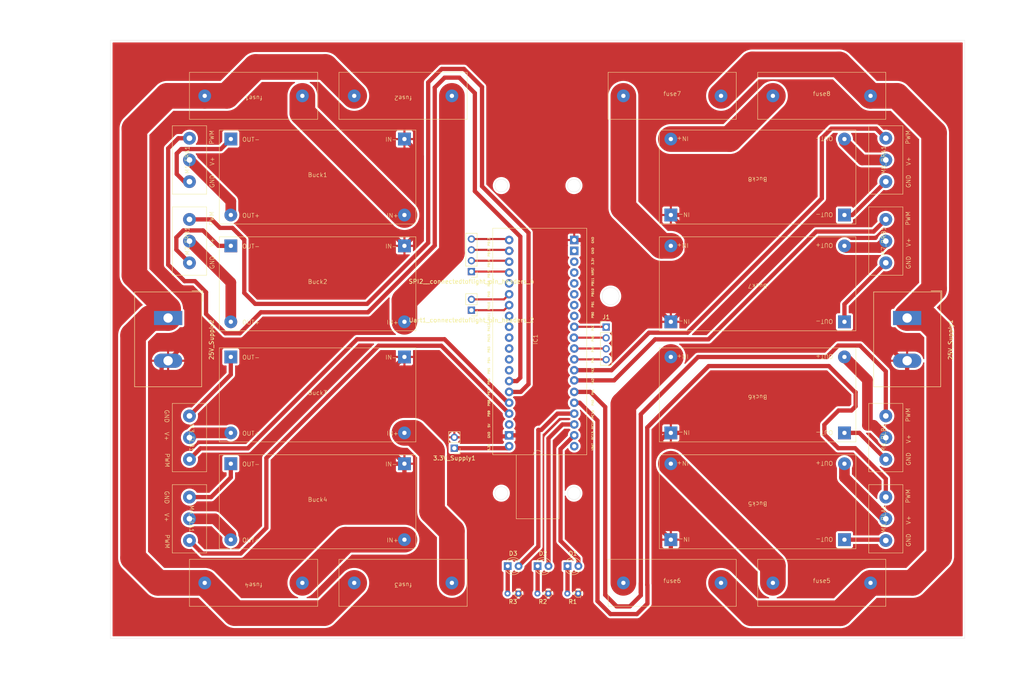
<source format=kicad_pcb>
(kicad_pcb (version 20240108) (generator "pcbnew") (generator_version "8.0")
  (layers (0 "F.Cu" signal) (31 "B.Cu" signal) (34 "B.Paste" user) (35 "F.Paste" user) (36 "B.SilkS" user "B.Silkscreen") (37 "F.SilkS" user "F.Silkscreen") (38 "B.Mask" user) (39 "F.Mask" user) (44 "Edge.Cuts" user))
  (net 0 "")
  (net 1 "GND")
  (net 2 "3.3V")
  (net 3 "Net-(Buck1-OUT+)")
  (net 4 "Net-(Buck1-OUT-)")
  (net 5 "Net-(Buck1-IN+)")
  (net 6 "Net-(Buck2-OUT+)")
  (net 7 "Net-(Buck2-IN+)")
  (net 8 "Net-(Buck2-OUT-)")
  (net 9 "Net-(Buck3-IN+)")
  (net 10 "Net-(Buck3-OUT-)")
  (net 11 "Net-(Buck3-OUT+)")
  (net 12 "Net-(Buck4-OUT-)")
  (net 13 "Net-(Buck4-OUT+)")
  (net 14 "Net-(Buck4-IN+)")
  (net 15 "Net-(Buck5-OUT+)")
  (net 16 "Net-(Buck5-IN+)")
  (net 17 "Net-(Buck5-OUT-)")
  (net 18 "Net-(Buck6-IN+)")
  (net 19 "Net-(Buck6-OUT-)")
  (net 20 "Net-(Buck6-OUT+)")
  (net 21 "Net-(Buck7-OUT+)")
  (net 22 "Net-(Buck7-IN+)")
  (net 23 "Net-(Buck7-OUT-)")
  (net 24 "Net-(Buck8-IN+)")
  (net 25 "Net-(Buck8-OUT+)")
  (net 26 "Net-(Buck8-OUT-)")
  (net 27 "Net-(D1-K)")
  (net 28 "LED1")
  (net 29 "Net-(D2-K)")
  (net 30 "LED2")
  (net 31 "LED3")
  (net 32 "Net-(D3-K)")
  (net 36 "BLA")
  (net 38 "/Tx")
  (net 39 "/Rx")
  (net 40 "BRB")
  (net 41 "/SPI2_NSS")
  (net 42 "/SPI2_SCK")
  (net 44 "FLA")
  (net 45 "FRA")
  (net 46 "/SPI2_MISO")
  (net 48 "BRA")
  (net 51 "FLB")
  (net 54 "/SPI1_SCK")
  (net 55 "FRB")
  (net 61 "BLB")
  (net 62 "/SPI1_MOSI")
  (net 63 "/SPI1_MISO")
  (net 64 "/SPI1_NSS")
  (net 65 "/SPI2_MOSI")
  (net 67 "25V1")
  (net 68 "25V2")
  (footprint "M4_PCB:Servo" (layer "F.Cu") (at 67 63 90)
    (property "Reference" "M1_FRA1")
    (property "Value" "Motor_Servo")
  )
  (footprint "M4_PCB:Fuse_Holder" (layer "F.Cu") (at 117 162 180)
    (property "Reference" "fuse3")
    (property "Value" "~")
  )
  (footprint "M4_PCB:LM2596HVS" (layer "F.Cu") (at 200 92 180)
    (property "Reference" "Buck7")
    (property "Value" "~")
  )
  (footprint "M4_PCB:LM2596HVS" (layer "F.Cu") (at 200 118 180)
    (property "Reference" "Buck6")
    (property "Value" "~")
  )
  (footprint "M4_PCB:LM2596HVS" (layer "F.Cu") (at 97 92)
    (property "Reference" "Buck2")
    (property "Value" "~")
  )
  (footprint "Resistor_THT:R_Axial_DIN0204_L3.6mm_D1.6mm_P2.54mm_Vertical" (layer "F.Cu") (at 157.995 164.49 180)
    (property "Reference" "R1")
    (property "Value" "R")
  )
  (footprint "M4_PCB:Servo" (layer "F.Cu") (at 67 82 90)
    (property "Reference" "M2_FRB1")
    (property "Value" "Motor_Servo")
  )
  (footprint "Resistor_THT:R_Axial_DIN0204_L3.6mm_D1.6mm_P2.54mm_Vertical" (layer "F.Cu") (at 143.995 164.49 180)
    (property "Reference" "R3")
    (property "Value" "R")
  )
  (footprint "Resistor_THT:R_Axial_DIN0204_L3.6mm_D1.6mm_P2.54mm_Vertical" (layer "F.Cu") (at 150.995 164.49 180)
    (property "Reference" "R2")
    (property "Value" "R")
  )
  (footprint "Connector_PinHeader_2.54mm:PinHeader_1x02_P2.54mm_Vertical" (layer "F.Cu") (at 129 130.475 180)
    (property "Reference" "3.3V_Supply1")
    (property "Value" "Screw_Terminal_01x02")
  )
  (footprint "LED_THT:LED_D3.0mm" (layer "F.Cu") (at 148.5 158.08)
    (property "Reference" "D2")
    (property "Value" "LED")
  )
  (footprint "LED_THT:LED_D3.0mm" (layer "F.Cu") (at 141.5 158.08)
    (property "Reference" "D3")
    (property "Value" "LED")
  )
  (footprint "M4_PCB:Servo" (layer "F.Cu") (at 230 63 90)
    (property "Reference" "M8_BRA1")
    (property "Value" "Motor_Servo")
  )
  (footprint "M4_PCB:Servo" (layer "F.Cu") (at 230 147 90)
    (property "Reference" "M5_BLA1")
    (property "Value" "Motor_Servo")
  )
  (footprint "TerminalBlock_Dinkle:TerminalBlock_Dinkle_DT-55-B01X-02_P10.00mm" (layer "F.Cu") (at 62 100 -90)
    (property "Reference" "25V_Supply2")
    (property "Value" "Screw_Terminal_01x02")
  )
  (footprint "M4_PCB:LM2596HVS" (layer "F.Cu") (at 97 118)
    (property "Reference" "Buck3")
    (property "Value" "~")
  )
  (footprint "M4_PCB:Fuse_Holder" (layer "F.Cu") (at 82 48 180)
    (property "Reference" "fuse1")
    (property "Value" "~")
  )
  (footprint "M4_PCB:Fuse_Holder" (layer "F.Cu") (at 215 162)
    (property "Reference" "fuse5")
    (property "Value" "~")
  )
  (footprint "M4_PCB:Fuse_Holder" (layer "F.Cu") (at 180 162)
    (property "Reference" "fuse6")
    (property "Value" "~")
  )
  (footprint "M4_PCB:Fuse_Holder" (layer "F.Cu") (at 180 48)
    (property "Reference" "fuse7")
    (property "Value" "~")
  )
  (footprint "M4_PCB:LM2596HVS" (layer "F.Cu") (at 97 67)
    (property "Reference" "Buck1")
    (property "Value" "~")
  )
  (footprint "LED_THT:LED_D3.0mm" (layer "F.Cu") (at 155.5 158.08)
    (property "Reference" "D1")
    (property "Value" "LED")
  )
  (footprint "TerminalBlock_Dinkle:TerminalBlock_Dinkle_DT-55-B01X-02_P10.00mm" (layer "F.Cu") (at 235 100 -90)
    (property "Reference" "25V_Supply1")
    (property "Value" "Screw_Terminal_01x02")
  )
  (footprint "Connector_PinHeader_2.54mm:PinHeader_1x04_P2.54mm_Vertical" (layer "F.Cu") (at 133 89.13 180)
    (property "Reference" "SPI2__connectedtoflight_pin_headers_4")
    (property "Value" "Screw_Terminal_01x04")
  )
  (footprint "M4_PCB:Servo" (layer "F.Cu") (at 230 128 90)
    (property "Reference" "M6_BLB1")
    (property "Value" "Motor_Servo")
  )
  (footprint "M4_PCB:LM2596HVS" (layer "F.Cu") (at 200 67 180)
    (property "Reference" "Buck8")
    (property "Value" "~")
  )
  (footprint "Connector_PinHeader_2.54mm:PinHeader_1x04_P2.54mm_Vertical" (layer "F.Cu") (at 164.53 102.12)
    (property "Reference" "J1")
    (property "Value" "Screw_Terminal_01x04")
  )
  (footprint "M4_PCB:Servo" (layer "F.Cu") (at 67 128 -90)
    (property "Reference" "M3_FLB1")
    (property "Value" "Motor_Servo")
  )
  (footprint "M4_PCB:Servo" (layer "F.Cu") (at 230 82 90)
    (property "Reference" "M7_BRB1")
    (property "Value" "Motor_Servo")
  )
  (footprint "Connector_PinHeader_2.54mm:PinHeader_1x02_P2.54mm_Vertical" (layer "F.Cu") (at 133 98.175 180)
    (property "Reference" "Uart1_connectedtoflight_pin_headers_2")
    (property "Value" "Screw_Terminal_01x02")
  )
  (footprint "M4_PCB:Fuse_Holder" (layer "F.Cu") (at 82 162 180)
    (property "Reference" "fuse4")
    (property "Value" "~")
  )
  (footprint "M4_PCB:Fuse_Holder" (layer "F.Cu") (at 117 48 180)
    (property "Reference" "fuse2")
    (property "Value" "~")
  )
  (footprint "M4_PCB:LM2596HVS" (layer "F.Cu") (at 97 143)
    (property "Reference" "Buck4")
    (property "Value" "~")
  )
  (footprint "M4_PCB:LM2596HVS" (layer "F.Cu") (at 200 143 180)
    (property "Reference" "Buck5")
    (property "Value" "~")
  )
  (footprint "M4_PCB:blue_pill" (layer "F.Cu") (at 148.5 105 90)
    (property "Reference" "IC1")
    (property "Value" "~")
  )
  (footprint "M4_PCB:Fuse_Holder" (layer "F.Cu") (at 215 48)
    (property "Reference" "fuse8")
    (property "Value" "~")
  )
  (footprint "M4_PCB:Servo" (layer "F.Cu") (at 67 147 -90)
    (property "Reference" "M4_FLA1")
    (property "Value" "Motor_Servo")
  )
  (gr_circle (center 157 69) (end 158.5 69) (stroke (width 0.05)) (fill none) (layer "Edge.Cuts"))
  (gr_circle (center 157 141) (end 158.5 141) (stroke (width 0.05)) (fill none) (layer "Edge.Cuts"))
  (gr_circle (center 165.572843 94.89) (end 167.572843 94.89) (stroke (width 0.05)) (fill none) (layer "Edge.Cuts"))
  (gr_circle (center 140 69) (end 141.5 69) (stroke (width 0.05)) (fill none) (layer "Edge.Cuts"))
  (gr_circle (center 140 141) (end 141.5 141) (stroke (width 0.05)) (fill none) (layer "Edge.Cuts"))
  (gr_rect (start 48.5 35) (end 248.5 175) (stroke (width 0.05)) (fill none) (layer "Edge.Cuts"))
  (segment (start 179.68 100.89) (end 160.53 81.74) (width 1) (layer "F.Cu") (net 1))
  (segment (start 210.5 52) (end 222.5 52) (width 1) (layer "F.Cu") (net 1))
  (segment (start 59.63 58.46) (end 65.87 52.22) (width 1) (layer "F.Cu") (net 1))
  (segment (start 235 110.98) (end 235 150.94) (width 1) (layer "F.Cu") (net 1))
  (segment (start 186.61 75.89) (end 210.5 52) (width 1) (layer "F.Cu") (net 1))
  (segment (start 236 59.13) (end 236 90.59) (width 1) (layer "F.Cu") (net 1))
  (segment (start 228 103.98) (end 235 110.98) (width 1) (layer "F.Cu") (net 1))
  (segment (start 125.4 166.82) (end 134.17 166.82) (width 1) (layer "F.Cu") (net 1))
  (segment (start 155.395 167.09) (end 157.995 164.49) (width 1) (layer "F.Cu") (net 1))
  (segment (start 160.64 171.41) (end 157.995 168.765) (width 1) (layer "F.Cu") (net 1))
  (segment (start 144.83 132.9) (end 144.83 128.56) (width 1) (layer "F.Cu") (net 1))
  (segment (start 121.38 79.05) (end 121.38 62.17) (width 1) (layer "F.Cu") (net 1))
  (segment (start 59.63 88.15) (end 59.63 58.46) (width 1) (layer "F.Cu") (net 1))
  (segment (start 62 110) (end 60.47 111.53) (width 1) (layer "F.Cu") (net 1))
  (segment (start 134.17 166.82) (end 135.73 165.26) (width 1) (layer "F.Cu") (net 1))
  (segment (start 117.32 83.11) (end 121.38 79.05) (width 1) (layer "F.Cu") (net 1))
  (segment (start 86.43 52.22) (end 117.32 83.11) (width 1) (layer "F.Cu") (net 1))
  (segment (start 143.995 164.49) (end 144 164.49) (width 1) (layer "F.Cu") (net 1))
  (segment (start 183.38 79.59) (end 183.38 97.19) (width 1) (layer "F.Cu") (net 1))
  (segment (start 137.44 167.09) (end 141.395 167.09) (width 1) (layer "F.Cu") (net 1))
  (segment (start 109.84 134.11) (end 117.32 134.11) (width 1) (layer "F.Cu") (net 1))
  (segment (start 229.51 156.43) (end 212.67 156.43) (width 1) (layer "F.Cu") (net 1))
  (segment (start 135.73 139.61) (end 140.5 134.84) (width 1) (layer "F.Cu") (net 1))
  (segment (start 222.5 52) (end 223 52.5) (width 1) (layer "F.Cu") (net 1))
  (segment (start 183.13 126.89) (end 179.68 126.89) (width 1) (layer "F.Cu") (net 1))
  (segment (start 117.32 134.11) (end 117.32 145.44) (width 1) (layer "F.Cu") (net 1))
  (segment (start 60.47 111.53) (end 60.47 150.67) (width 1) (layer "F.Cu") (net 1))
  (segment (start 122.43 163.85) (end 125.4 166.82) (width 1) (layer "F.Cu") (net 1))
  (segment (start 67.81 96.33) (end 59.63 88.15) (width 1) (layer "F.Cu") (net 1))
  (segment (start 235 150.94) (end 229.51 156.43) (width 1) (layer "F.Cu") (net 1))
  (segment (start 117.32 134.11) (end 110.62 127.41) (width 1) (layer "F.Cu") (net 1))
  (segment (start 173.15 171.41) (end 160.64 171.41) (width 1) (layer "F.Cu") (net 1))
  (segment (start 143.73 127.46) (end 141.83 127.46) (width 1) (layer "F.Cu") (net 1))
  (segment (start 135.73 165.38) (end 137.44 167.09) (width 1) (layer "F.Cu") (net 1))
  (segment (start 67.24 157.44) (end 86.51 157.44) (width 1) (layer "F.Cu") (net 1))
  (segment (start 141.395 167.09) (end 143.995 164.49) (width 1) (layer "F.Cu") (net 1))
  (segment (start 223 52.5) (end 229.37 52.5) (width 1) (layer "F.Cu") (net 1))
  (segment (start 160.53 81.74) (end 157.07 81.74) (width 1) (layer "F.Cu") (net 1))
  (segment (start 145.975 166.465) (end 149.02 166.465) (width 1) (layer "F.Cu") (net 1))
  (segment (start 212.67 156.43) (end 183.13 126.89) (width 1) (layer "F.Cu") (net 1))
  (segment (start 135.73 165.26) (end 135.73 139.61) (width 1) (layer "F.Cu") (net 1))
  (segment (start 144 164.49) (end 145.975 166.465) (width 1) (layer "F.Cu") (net 1))
  (segment (start 60.47 150.67) (end 67.24 157.44) (width 1) (layer "F.Cu") (net 1))
  (segment (start 236 90.59) (end 228 98.59) (width 1) (layer "F.Cu") (net 1))
  (segment (start 140.5 134.84) (end 142.89 134.84) (width 1) (layer "F.Cu") (net 1))
  (segment (start 86.51 157.44) (end 109.84 134.11) (width 1) (layer "F.Cu") (net 1))
  (segment (start 141.85 127.44) (end 141.83 127.46) (width 1) (layer "F.Cu") (net 1))
  (segment (start 142.89 134.84) (end 144.83 132.9) (width 1) (layer "F.Cu") (net 1))
  (segment (start 110.62 127.41) (end 110.62 115.81) (width 1) (layer "F.Cu") (net 1))
  (segment (start 110.62 115.81) (end 117.32 109.11) (width 1) (layer "F.Cu") (net 1))
  (segment (start 62 110) (end 67.81 104.19) (width 1) (layer "F.Cu") (net 1))
  (segment (start 67.81 104.19) (end 67.81 96.33) (width 1) (layer "F.Cu") (net 1))
  (segment (start 129 127.935) (end 141.355 127.935) (width 0.5) (layer "F.Cu") (net 1))
  (segment (start 179.68 75.89) (end 186.61 75.89) (width 1) (layer "F.Cu") (net 1))
  (segment (start 157.995 168.765) (end 157.995 164.49) (width 1) (layer "F.Cu") (net 1))
  (segment (start 141.355 127.935) (end 141.83 127.46) (width 0.5) (layer "F.Cu") (net 1))
  (segment (start 135.73 165.26) (end 135.73 165.38) (width 1) (layer "F.Cu") (net 1))
  (segment (start 179 126.89) (end 175.7 130.19) (width 1) (layer "F.Cu") (net 1))
  (segment (start 179.68 151.89) (end 179.68 164.88) (width 1) (layer "F.Cu") (net 1))
  (segment (start 179.68 75.89) (end 183.38 79.59) (width 1) (layer "F.Cu") (net 1))
  (segment (start 121.38 62.17) (end 117.32 58.11) (width 1) (layer "F.Cu") (net 1))
  (segment (start 229.37 52.5) (end 236 59.13) (width 1) (layer "F.Cu") (net 1))
  (segment (start 122.43 150.55) (end 122.43 163.85) (width 1) (layer "F.Cu") (net 1))
  (segment (start 150.995 164.49) (end 153.595 167.09) (width 1) (layer "F.Cu") (net 1))
  (segment (start 179.68 164.88) (end 173.15 171.41) (width 1) (layer "F.Cu") (net 1))
  (segment (start 183.38 97.19) (end 179.68 100.89) (width 1) (layer "F.Cu") (net 1))
  (segment (start 149.02 166.465) (end 150.995 164.49) (width 1) (layer "F.Cu") (net 1))
  (segment (start 179.68 126.89) (end 179 126.89) (width 1) (layer "F.Cu") (net 1))
  (segment (start 175.7 130.19) (end 175.7 147.91) (width 1) (layer "F.Cu") (net 1))
  (segment (start 144.83 128.56) (end 143.73 127.46) (width 1) (layer "F.Cu") (net 1))
  (segment (start 65.87 52.22) (end 86.43 52.22) (width 1) (layer "F.Cu") (net 1))
  (segment (start 228 98.59) (end 228 103.98) (width 1) (layer "F.Cu") (net 1))
  (segment (start 153.595 167.09) (end 155.395 167.09) (width 1) (layer "F.Cu") (net 1))
  (segment (start 175.7 147.91) (end 179.68 151.89) (width 1) (layer "F.Cu") (net 1))
  (segment (start 117.32 145.44) (end 122.43 150.55) (width 1) (layer "F.Cu") (net 1))
  (segment (start 141.355 130.475) (end 141.83 130) (width 1) (layer "F.Cu") (net 2))
  (segment (start 129 130.475) (end 141.355 130.475) (width 1) (layer "F.Cu") (net 2))
  (segment (start 76.68 75.89) (end 76.68 72.68) (width 2.5) (layer "F.Cu") (net 3))
  (segment (start 76.68 72.68) (end 67 63) (width 2.5) (layer "F.Cu") (net 3))
  (segment (start 65.08 60.45) (end 64.02 61.51) (width 1) (layer "F.Cu") (net 4))
  (segment (start 74.34 60.45) (end 65.08 60.45) (width 1) (layer "F.Cu") (net 4))
  (segment (start 64.02 61.51) (end 64.02 66.3) (width 1) (layer "F.Cu") (net 4))
  (segment (start 65.8 68.08) (end 67 68.08) (width 1) (layer "F.Cu") (net 4))
  (segment (start 76.68 58.11) (end 74.34 60.45) (width 1) (layer "F.Cu") (net 4))
  (segment (start 64.02 66.3) (end 65.8 68.08) (width 1) (layer "F.Cu") (net 4))
  (segment (start 93.43 48) (end 93.43 52) (width 6) (layer "F.Cu") (net 5))
  (segment (start 93.43 52) (end 117.32 75.89) (width 6) (layer "F.Cu") (net 5))
  (segment (start 76.68 91.68) (end 67 82) (width 2.5) (layer "F.Cu") (net 6))
  (segment (start 76.68 100.89) (end 76.68 91.68) (width 2.5) (layer "F.Cu") (net 6))
  (segment (start 128.43 84.78) (end 117.32 95.89) (width 6) (layer "F.Cu") (net 7))
  (segment (start 117.32 95.89) (end 117.32 100.89) (width 6) (layer "F.Cu") (net 7))
  (segment (start 128.43 48) (end 128.43 84.78) (width 6) (layer "F.Cu") (net 7))
  (segment (start 65.57 79.5) (end 63.93 81.14) (width 1) (layer "F.Cu") (net 8))
  (segment (start 63.93 84.01) (end 67 87.08) (width 1) (layer "F.Cu") (net 8))
  (segment (start 63.93 81.14) (end 63.93 84.01) (width 1) (layer "F.Cu") (net 8))
  (segment (start 70.17 79.5) (end 65.57 79.5) (width 1) (layer "F.Cu") (net 8))
  (segment (start 73.78 83.11) (end 70.17 79.5) (width 1) (layer "F.Cu") (net 8))
  (segment (start 76.68 83.11) (end 73.78 83.11) (width 1) (layer "F.Cu") (net 8))
  (segment (start 119.5 126.89) (end 117.32 126.89) (width 6) (layer "F.Cu") (net 9))
  (segment (start 128.43 162) (end 128.43 149.88) (width 6) (layer "F.Cu") (net 9))
  (segment (start 123.79 131.18) (end 119.5 126.89) (width 6) (layer "F.Cu") (net 9))
  (segment (start 128.43 149.88) (end 123.79 145.24) (width 6) (layer "F.Cu") (net 9))
  (segment (start 123.79 145.24) (end 123.79 131.18) (width 6) (layer "F.Cu") (net 9))
  (segment (start 76.68 109.11) (end 76.68 113.24) (width 1) (layer "F.Cu") (net 10))
  (segment (start 76.68 113.24) (end 67 122.92) (width 1) (layer "F.Cu") (net 10))
  (segment (start 76.68 126.89) (end 68.11 126.89) (width 2.5) (layer "F.Cu") (net 11))
  (segment (start 68.11 126.89) (end 67 128) (width 2.5) (layer "F.Cu") (net 11))
  (segment (start 76.68 134.11) (end 76.68 137.32) (width 1) (layer "F.Cu") (net 12))
  (segment (start 76.68 137.32) (end 72.08 141.92) (width 1) (layer "F.Cu") (net 12))
  (segment (start 72.08 141.92) (end 67 141.92) (width 1) (layer "F.Cu") (net 12))
  (segment (start 76.68 150.77) (end 72.91 147) (width 2.5) (layer "F.Cu") (net 13))
  (segment (start 76.68 151.89) (end 76.68 150.77) (width 2.5) (layer "F.Cu") (net 13))
  (segment (start 72.91 147) (end 67 147) (width 2.5) (layer "F.Cu") (net 13))
  (segment (start 103.54 151.89) (end 117.32 151.89) (width 6) (layer "F.Cu") (net 14))
  (segment (start 93.43 162) (end 103.54 151.89) (width 6) (layer "F.Cu") (net 14))
  (segment (start 220.32 137.32) (end 230 147) (width 2.5) (layer "F.Cu") (net 15))
  (segment (start 220.32 134.11) (end 220.32 137.32) (width 2.5) (layer "F.Cu") (net 15))
  (segment (start 203.57 158) (end 179.68 134.11) (width 6) (layer "F.Cu") (net 16))
  (segment (start 203.57 162) (end 203.57 158) (width 6) (layer "F.Cu") (net 16))
  (segment (start 229.81 151.89) (end 230 152.08) (width 1) (layer "F.Cu") (net 17))
  (segment (start 220.32 151.89) (end 229.81 151.89) (width 1) (layer "F.Cu") (net 17))
  (segment (start 168.57 120.22) (end 179.68 109.11) (width 6) (layer "F.Cu") (net 18))
  (segment (start 168.57 162) (end 168.57 120.22) (width 6) (layer "F.Cu") (net 18))
  (segment (start 220.32 126.89) (end 223.81 126.89) (width 1) (layer "F.Cu") (net 19))
  (segment (start 223.81 126.89) (end 230 133.08) (width 1) (layer "F.Cu") (net 19))
  (segment (start 225.7 125.11) (end 227.11 125.11) (width 2.5) (layer "F.Cu") (net 20))
  (segment (start 220.32 109.11) (end 225.7 114.49) (width 2.5) (layer "F.Cu") (net 20))
  (segment (start 225.7 114.49) (end 225.7 125.11) (width 2.5) (layer "F.Cu") (net 20))
  (segment (start 227.11 125.11) (end 230 128) (width 2.5) (layer "F.Cu") (net 20))
  (segment (start 220.71 83.5) (end 228.5 83.5) (width 2.5) (layer "F.Cu") (net 21))
  (segment (start 220.32 83.11) (end 220.71 83.5) (width 2.5) (layer "F.Cu") (net 21))
  (segment (start 228.5 83.5) (end 230 82) (width 2.5) (layer "F.Cu") (net 21))
  (segment (start 168.57 48) (end 168.57 74.18) (width 6) (layer "F.Cu") (net 22))
  (segment (start 177.5 83.11) (end 179.68 83.11) (width 6) (layer "F.Cu") (net 22))
  (segment (start 168.57 74.18) (end 177.5 83.11) (width 6) (layer "F.Cu") (net 22))
  (segment (start 220.32 100.89) (end 220.32 96.76) (width 1) (layer "F.Cu") (net 23))
  (segment (start 220.32 96.76) (end 230 87.08) (width 1) (layer "F.Cu") (net 23))
  (segment (start 203.57 48) (end 193.46 58.11) (width 6) (layer "F.Cu") (net 24))
  (segment (start 193.46 58.11) (end 179.68 58.11) (width 6) (layer "F.Cu") (net 24))
  (segment (start 220.32 58.11) (end 220.32 58.82) (width 2.5) (layer "F.Cu") (net 25))
  (segment (start 220.32 58.82) (end 224.5 63) (width 2.5) (layer "F.Cu") (net 25))
  (segment (start 224.5 63) (end 230 63) (width 2.5) (layer "F.Cu") (net 25))
  (segment (start 220.32 75.89) (end 222.19 75.89) (width 1) (layer "F.Cu") (net 26))
  (segment (start 222.19 75.89) (end 230 68.08) (width 1) (layer "F.Cu") (net 26))
  (segment (start 155.5 164.445) (end 155.455 164.49) (width 1) (layer "F.Cu") (net 27))
  (segment (start 155.5 158.08) (end 155.5 164.445) (width 1) (layer "F.Cu") (net 27))
  (segment (start 153.86 130.67) (end 157.07 127.46) (width 1) (layer "F.Cu") (net 28))
  (segment (start 158.04 156.35) (end 153.86 152.17) (width 1) (layer "F.Cu") (net 28))
  (segment (start 158.04 158.08) (end 158.04 156.35) (width 1) (layer "F.Cu") (net 28))
  (segment (start 153.86 152.17) (end 153.86 130.67) (width 1) (layer "F.Cu") (net 28))
  (segment (start 148.5 164.445) (end 148.455 164.49) (width 1) (layer "F.Cu") (net 29))
  (segment (start 148.5 158.08) (end 148.5 164.445) (width 1) (layer "F.Cu") (net 29))
  (segment (start 157.07 124.92) (end 154.3 124.92) (width 1) (layer "F.Cu") (net 30))
  (segment (start 154.3 124.92) (end 151.04 128.18) (width 1) (layer "F.Cu") (net 30))
  (segment (start 151.04 128.18) (end 151.04 158.08) (width 1) (layer "F.Cu") (net 30))
  (segment (start 148.67 126.2) (end 149.34 126.2) (width 1) (layer "F.Cu") (net 31))
  (segment (start 144.04 158.08) (end 148.67 153.45) (width 1) (layer "F.Cu") (net 31))
  (segment (start 148.67 153.45) (end 148.67 126.2) (width 1) (layer "F.Cu") (net 31))
  (segment (start 153.16 122.38) (end 157.07 122.38) (width 1) (layer "F.Cu") (net 31))
  (segment (start 149.34 126.2) (end 153.16 122.38) (width 1) (layer "F.Cu") (net 31))
  (segment (start 141.5 164.445) (end 141.455 164.49) (width 1) (layer "F.Cu") (net 32))
  (segment (start 141.5 158.08) (end 141.5 164.445) (width 1) (layer "F.Cu") (net 32))
  (segment (start 221.96 121.65) (end 218.94 121.65) (width 1) (layer "F.Cu") (net 36))
  (segment (start 171.74 169.3) (end 174.2 166.84) (width 1) (layer "F.Cu") (net 36))
  (segment (start 222.78 117.36) (end 222.93 117.36) (width 1) (layer "F.Cu") (net 36))
  (segment (start 218.94 121.65) (end 215.62 124.97) (width 1) (layer "F.Cu") (net 36))
  (segment (start 222.82 130.47) (end 230 137.65) (width 1) (layer "F.Cu") (net 36))
  (segment (start 222.93 117.36) (end 222.93 120.68) (width 1) (layer "F.Cu") (net 36))
  (segment (start 222.93 120.68) (end 221.96 121.65) (width 1) (layer "F.Cu") (net 36))
  (segment (start 174.2 162.512944) (end 174.16 162.472944) (width 1) (layer "F.Cu") (net 36))
  (segment (start 230 137.65) (end 230 141.92) (width 1) (layer "F.Cu") (net 36))
  (segment (start 188.54 111.25) (end 216.67 111.25) (width 1) (layer "F.Cu") (net 36))
  (segment (start 215.62 124.97) (end 215.62 127.21) (width 1) (layer "F.Cu") (net 36))
  (segment (start 216.67 111.25) (end 222.78 117.36) (width 1) (layer "F.Cu") (net 36))
  (segment (start 162.51 124.01) (end 162.51 166.26) (width 1) (layer "F.Cu") (net 36))
  (segment (start 215.62 127.21) (end 218.88 130.47) (width 1) (layer "F.Cu") (net 36))
  (segment (start 157.07 119.84) (end 158.34 119.84) (width 1) (layer "F.Cu") (net 36))
  (segment (start 158.34 119.84) (end 162.51 124.01) (width 1) (layer "F.Cu") (net 36))
  (segment (start 174.16 125.63) (end 188.54 111.25) (width 1) (layer "F.Cu") (net 36))
  (segment (start 174.16 162.472944) (end 174.16 125.63) (width 1) (layer "F.Cu") (net 36))
  (segment (start 162.51 166.26) (end 165.55 169.3) (width 1) (layer "F.Cu") (net 36))
  (segment (start 174.2 166.84) (end 174.2 162.512944) (width 1) (layer "F.Cu") (net 36))
  (segment (start 165.55 169.3) (end 171.74 169.3) (width 1) (layer "F.Cu") (net 36))
  (segment (start 218.88 130.47) (end 222.82 130.47) (width 1) (layer "F.Cu") (net 36))
  (segment (start 133 95.635) (end 140.635 95.635) (width 0.5) (layer "F.Cu") (net 38))
  (segment (start 140.635 95.635) (end 141.83 94.44) (width 0.5) (layer "F.Cu") (net 38))
  (segment (start 133 98.175) (end 140.635 98.175) (width 0.5) (layer "F.Cu") (net 39))
  (segment (start 140.635 98.175) (end 141.83 96.98) (width 0.5) (layer "F.Cu") (net 39))
  (segment (start 176 105) (end 188.482944 105) (width 1) (layer "F.Cu") (net 40))
  (segment (start 188.482944 105) (end 213.722944 79.76) (width 1) (layer "F.Cu") (net 40))
  (segment (start 227.16 79.76) (end 230 76.92) (width 1) (layer "F.Cu") (net 40))
  (segment (start 166.4 114.6) (end 176 105) (width 1) (layer "F.Cu") (net 40))
  (segment (start 213.722944 79.76) (end 227.16 79.76) (width 1) (layer "F.Cu") (net 40))
  (segment (start 157.07 114.6) (end 166.4 114.6) (width 1) (layer "F.Cu") (net 40))
  (segment (start 141.6 81.51) (end 141.83 81.74) (width 0.5) (layer "F.Cu") (net 41))
  (segment (start 133 81.51) (end 141.6 81.51) (width 0.5) (layer "F.Cu") (net 41))
  (segment (start 133 84.05) (end 142.42 84.05) (width 0.5) (layer "F.Cu") (net 42))
  (segment (start 142.42 84.05) (end 142.65 84.28) (width 0.5) (layer "F.Cu") (net 42))
  (segment (start 142.65 84.28) (end 141.83 84.28) (width 0.5) (layer "F.Cu") (net 42))
  (segment (start 85 132.78) (end 85 149.13) (width 1) (layer "F.Cu") (net 44))
  (segment (start 111.28 106.5) (end 85 132.78) (width 1) (layer "F.Cu") (net 44))
  (segment (start 125.95 106.5) (end 111.28 106.5) (width 1) (layer "F.Cu") (net 44))
  (segment (start 79 155.13) (end 70.05 155.13) (width 1) (layer "F.Cu") (net 44))
  (segment (start 141.83 122.38) (end 125.95 106.5) (width 1) (layer "F.Cu") (net 44))
  (segment (start 85 149.13) (end 79 155.13) (width 1) (layer "F.Cu") (net 44))
  (segment (start 70.05 155.13) (end 67 152.08) (width 1) (layer "F.Cu") (net 44))
  (segment (start 62.02 60.29) (end 62.02 87.53) (width 1) (layer "F.Cu") (net 45))
  (segment (start 108.79 98.66) (end 124.42 83.03) (width 1) (layer "F.Cu") (net 45))
  (segment (start 124.42 46.05) (end 126.74 43.73) (width 1) (layer "F.Cu") (net 45))
  (segment (start 83.72 98.66) (end 108.79 98.66) (width 1) (layer "F.Cu") (net 45))
  (segment (start 67 57.92) (end 64.39 57.92) (width 1) (layer "F.Cu") (net 45))
  (segment (start 130.17 43.73) (end 133.81 47.37) (width 1) (layer "F.Cu") (net 45))
  (segment (start 68.28 91.37) (end 70.88 93.97) (width 1) (layer "F.Cu") (net 45))
  (segment (start 75.41 103.58) (end 78.8 103.58) (width 1) (layer "F.Cu") (net 45))
  (segment (start 65.86 91.37) (end 68.28 91.37) (width 1) (layer "F.Cu") (net 45))
  (segment (start 124.42 83.03) (end 124.42 46.05) (width 1) (layer "F.Cu") (net 45))
  (segment (start 144.45 80.96) (end 144.45 113.95) (width 1) (layer "F.Cu") (net 45))
  (segment (start 126.74 43.73) (end 130.17 43.73) (width 1) (layer "F.Cu") (net 45))
  (segment (start 143.64 114.76) (end 141.83 114.76) (width 1) (layer "F.Cu") (net 45))
  (segment (start 144.45 113.95) (end 143.64 114.76) (width 1) (layer "F.Cu") (net 45))
  (segment (start 70.88 99.05) (end 75.41 103.58) (width 1) (layer "F.Cu") (net 45))
  (segment (start 133.81 47.37) (end 133.81 70.32) (width 1) (layer "F.Cu") (net 45))
  (segment (start 62.02 87.53) (end 65.86 91.37) (width 1) (layer "F.Cu") (net 45))
  (segment (start 64.39 57.92) (end 62.02 60.29) (width 1) (layer "F.Cu") (net 45))
  (segment (start 70.88 93.97) (end 70.88 99.05) (width 1) (layer "F.Cu") (net 45))
  (segment (start 78.8 103.58) (end 83.72 98.66) (width 1) (layer "F.Cu") (net 45))
  (segment (start 133.81 70.32) (end 144.45 80.96) (width 1) (layer "F.Cu") (net 45))
  (segment (start 133 86.59) (end 141.6 86.59) (width 0.5) (layer "F.Cu") (net 46))
  (segment (start 141.6 86.59) (end 141.83 86.82) (width 0.5) (layer "F.Cu") (net 46))
  (segment (start 215.03 57.85) (end 215.08 57.85) (width 1) (layer "F.Cu") (net 48))
  (segment (start 183.59 103.44) (end 215.03 72) (width 1) (layer "F.Cu") (net 48))
  (segment (start 157.07 112.22) (end 165.78 112.22) (width 1) (layer "F.Cu") (net 48))
  (segment (start 215.08 57.85) (end 217.26 55.67) (width 1) (layer "F.Cu") (net 48))
  (segment (start 217.26 55.67) (end 227.75 55.67) (width 1) (layer "F.Cu") (net 48))
  (segment (start 215.03 72) (end 215.03 57.85) (width 1) (layer "F.Cu") (net 48))
  (segment (start 174.56 103.44) (end 183.59 103.44) (width 1) (layer "F.Cu") (net 48))
  (segment (start 227.75 55.67) (end 230 57.92) (width 1) (layer "F.Cu") (net 48))
  (segment (start 165.78 112.22) (end 174.56 103.44) (width 1) (layer "F.Cu") (net 48))
  (segment (start 80.68 130.51) (end 69.57 130.51) (width 1) (layer "F.Cu") (net 51))
  (segment (start 141.83 119.84) (end 141.58 119.84) (width 1) (layer "F.Cu") (net 51))
  (segment (start 106.22 104.97) (end 80.68 130.51) (width 1) (layer "F.Cu") (net 51))
  (segment (start 69.57 130.51) (end 67 133.08) (width 1) (layer "F.Cu") (net 51))
  (segment (start 141.58 119.84) (end 126.71 104.97) (width 1) (layer "F.Cu") (net 51))
  (segment (start 126.71 104.97) (end 106.22 104.97) (width 1) (layer "F.Cu") (net 51))
  (segment (start 164.47 107.14) (end 164.53 107.2) (width 0.5) (layer "F.Cu") (net 54))
  (segment (start 157.07 107.14) (end 164.47 107.14) (width 0.5) (layer "F.Cu") (net 54))
  (segment (start 108.58 96.7) (end 82.4 96.7) (width 1) (layer "F.Cu") (net 55))
  (segment (start 77.06 78.91) (end 74.177056 78.91) (width 1) (layer "F.Cu") (net 55))
  (segment (start 131.27 41.7) (end 126.03 41.7) (width 1) (layer "F.Cu") (net 55))
  (segment (start 141.83 117.3) (end 144.54 117.3) (width 1) (layer "F.Cu") (net 55))
  (segment (start 135.48 45.91) (end 131.27 41.7) (width 1) (layer "F.Cu") (net 55))
  (segment (start 122.88 82.4) (end 108.58 96.7) (width 1) (layer "F.Cu") (net 55))
  (segment (start 146.37 80.05) (end 135.48 69.16) (width 1) (layer "F.Cu") (net 55))
  (segment (start 126.03 41.7) (end 122.88 44.85) (width 1) (layer "F.Cu") (net 55))
  (segment (start 72.187056 76.92) (end 67 76.92) (width 1) (layer "F.Cu") (net 55))
  (segment (start 79.83 94.13) (end 79.83 81.68) (width 1) (layer "F.Cu") (net 55))
  (segment (start 122.88 44.85) (end 122.88 82.4) (width 1) (layer "F.Cu") (net 55))
  (segment (start 144.54 117.3) (end 146.37 115.47) (width 1) (layer "F.Cu") (net 55))
  (segment (start 74.177056 78.91) (end 72.187056 76.92) (width 1) (layer "F.Cu") (net 55))
  (segment (start 82.4 96.7) (end 79.83 94.13) (width 1) (layer "F.Cu") (net 55))
  (segment (start 135.48 69.16) (end 135.48 45.91) (width 1) (layer "F.Cu") (net 55))
  (segment (start 146.37 115.47) (end 146.37 80.05) (width 1) (layer "F.Cu") (net 55))
  (segment (start 79.83 81.68) (end 77.06 78.91) (width 1) (layer "F.Cu") (net 55))
  (segment (start 160.8 117.3) (end 164.32 120.82) (width 1) (layer "F.Cu") (net 61))
  (segment (start 172.66 162.11) (end 172.66 164.22) (width 1) (layer "F.Cu") (net 61))
  (segment (start 216.19 109.13) (end 218.87 106.45) (width 1) (layer "F.Cu") (net 61))
  (segment (start 172.66 122.52) (end 186.05 109.13) (width 1) (layer "F.Cu") (net 61))
  (segment (start 230 112.48) (end 230 122.92) (width 1) (layer "F.Cu") (net 61))
  (segment (start 167.002944 167.502944) (end 170.087056 167.502944) (width 1) (layer "F.Cu") (net 61))
  (segment (start 223.97 106.45) (end 230 112.48) (width 1) (layer "F.Cu") (net 61))
  (segment (start 218.87 106.45) (end 223.97 106.45) (width 1) (layer "F.Cu") (net 61))
  (segment (start 157.07 117.3) (end 160.8 117.3) (width 1) (layer "F.Cu") (net 61))
  (segment (start 164.32 120.82) (end 164.32 164.82) (width 1) (layer "F.Cu") (net 61))
  (segment (start 170.087056 167.502944) (end 172.66 164.93) (width 1) (layer "F.Cu") (net 61))
  (segment (start 164.32 164.82) (end 167.002944 167.502944) (width 1) (layer "F.Cu") (net 61))
  (segment (start 172.66 164.22) (end 172.66 122.52) (width 1) (layer "F.Cu") (net 61))
  (segment (start 186.05 109.13) (end 216.19 109.13) (width 1) (layer "F.Cu") (net 61))
  (segment (start 172.66 164.93) (end 172.66 164.22) (width 1) (layer "F.Cu") (net 61))
  (segment (start 157.07 102.06) (end 164.47 102.06) (width 0.5) (layer "F.Cu") (net 62))
  (segment (start 164.47 102.06) (end 164.53 102.12) (width 0.5) (layer "F.Cu") (net 62))
  (segment (start 157 104.6) (end 164.47 104.6) (width 0.5) (layer "F.Cu") (net 63))
  (segment (start 164.47 104.6) (end 164.53 104.66) (width 0.5) (layer "F.Cu") (net 63))
  (segment (start 157.07 109.68) (end 164.47 109.68) (width 0.5) (layer "F.Cu") (net 64))
  (segment (start 164.47 109.68) (end 164.53 109.74) (width 0.5) (layer "F.Cu") (net 64))
  (segment (start 141.6 89.13) (end 141.83 89.36) (width 0.5) (layer "F.Cu") (net 65))
  (segment (start 133 89.13) (end 141.6 89.13) (width 0.5) (layer "F.Cu") (net 65))
  (segment (start 236.26 162) (end 242.5 155.76) (width 6) (layer "F.Cu") (net 67))
  (segment (start 198.79 40.64) (end 191.43 48) (width 6) (layer "F.Cu") (net 67))
  (segment (start 241.3 93.2) (end 241.3 56.69) (width 6) (layer "F.Cu") (net 67))
  (segment (start 219.07 40.64) (end 198.79 40.64) (width 6) (layer "F.Cu") (net 67))
  (segment (start 241.3 56.69) (end 232.61 48) (width 6) (layer "F.Cu") (net 67))
  (segment (start 226.43 162) (end 219.32 169.11) (width 6) (layer "F.Cu") (net 67))
  (segment (start 198.54 169.11) (end 191.43 162) (width 6) (layer "F.Cu") (net 67))
  (segment (start 226.43 48) (end 219.07 40.64) (width 6) (layer "F.Cu") (net 67))
  (segment (start 242.5 103.09) (end 239.41 100) (width 6) (layer "F.Cu") (net 67))
  (segment (start 235 99.5) (end 241.3 93.2) (width 6) (layer "F.Cu") (net 67))
  (segment (start 226.43 162) (end 236.26 162) (width 6) (layer "F.Cu") (net 67))
  (segment (start 239.41 100) (end 235 100) (width 6) (layer "F.Cu") (net 67))
  (segment (start 219.32 169.11) (end 198.54 169.11) (width 6) (layer "F.Cu") (net 67))
  (segment (start 232.61 48) (end 226.43 48) (width 6) (layer "F.Cu") (net 67))
  (segment (start 242.5 155.76) (end 242.5 103.09) (width 6) (layer "F.Cu") (net 67))
  (segment (start 235 100) (end 235 99.5) (width 6) (layer "F.Cu") (net 67))
  (segment (start 57.86 100) (end 53.8 104.06) (width 6) (layer "F.Cu") (net 68))
  (segment (start 54.12 89.99) (end 54.12 55.66) (width 6) (layer "F.Cu") (net 68))
  (segment (start 62 100) (end 62 97.87) (width 6) (layer "F.Cu") (net 68))
  (segment (start 54.12 55.66) (end 61.78 48) (width 6) (layer "F.Cu") (net 68))
  (segment (start 77.65 169.08) (end 98.49 169.08) (width 6) (layer "F.Cu") (net 68))
  (segment (start 70.57 48) (end 75.73 48) (width 6) (layer "F.Cu") (net 68))
  (segment (start 82.49 41.24) (end 98.81 41.24) (width 6) (layer "F.Cu") (net 68))
  (segment (start 98.81 41.24) (end 105.57 48) (width 6) (layer "F.Cu") (net 68))
  (segment (start 61.78 48) (end 70.57 48) (width 6) (layer "F.Cu") (net 68))
  (segment (start 53.8 104.06) (end 53.8 156.16) (width 6) (layer "F.Cu") (net 68))
  (segment (start 70.57 162) (end 77.65 169.08) (width 6) (layer "F.Cu") (net 68))
  (segment (start 62 100) (end 57.86 100) (width 6) (layer "F.Cu") (net 68))
  (segment (start 59.64 162) (end 70.57 162) (width 6) (layer "F.Cu") (net 68))
  (segment (start 53.8 156.16) (end 59.64 162) (width 6) (layer "F.Cu") (net 68))
  (segment (start 98.49 169.08) (end 105.57 162) (width 6) (layer "F.Cu") (net 68))
  (segment (start 62 97.87) (end 54.12 89.99) (width 6) (layer "F.Cu") (net 68))
  (segment (start 75.73 48) (end 82.49 41.24) (width 6) (layer "F.Cu") (net 68))
  (zone (net 1) (net_name "GND") (layer "F.Cu") (connect_pads (clearance 0.5)) (min_thickness 0.25) (fill yes (thermal_gap 0.5) (thermal_bridge_width 0.5))
    (polygon (pts (xy 38.55 30.08) (xy 260.46 25.56) (xy 262.37 183.26) (xy 22.65 188.98)))
  )
)
</source>
